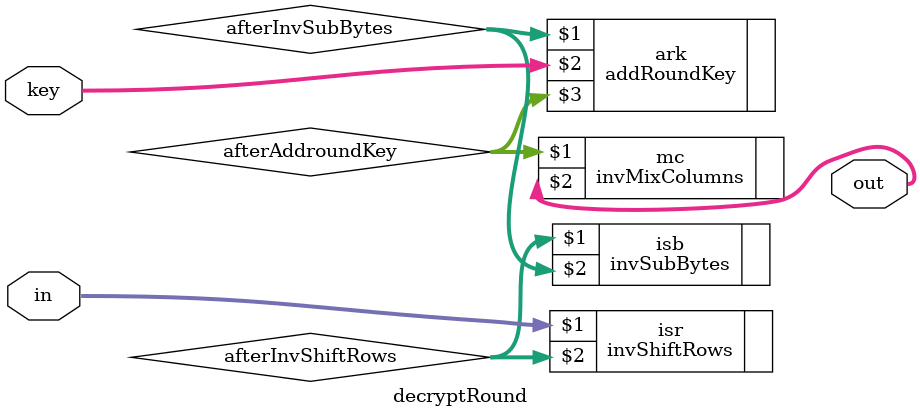
<source format=v>
`timescale 1ns / 1ps

module decryptRound(in, key, out);

input  [127:0] in;
input  [127:0] key;
output [127:0] out;

wire [127:0] afterInvShiftRows;
wire [127:0] afterInvSubBytes;
wire [127:0] afterAddroundKey;

invShiftRows    isr(in, afterInvShiftRows);
invSubBytes     isb(afterInvShiftRows, afterInvSubBytes);
addRoundKey     ark(afterInvSubBytes, key, afterAddroundKey);
invMixColumns   mc(afterAddroundKey, out);

endmodule
</source>
